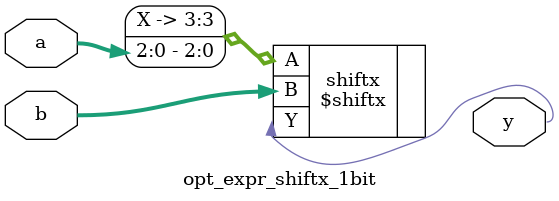
<source format=v>
module opt_expr_shiftx_1bit(input [2:0] a, input [1:0] b, output y);
    \$shiftx #(.A_SIGNED(0), .B_SIGNED(0), .A_WIDTH(4), .B_WIDTH(2), .Y_WIDTH(1)) shiftx (.A({1'bx,a}), .B(b), .Y(y));
endmodule

</source>
